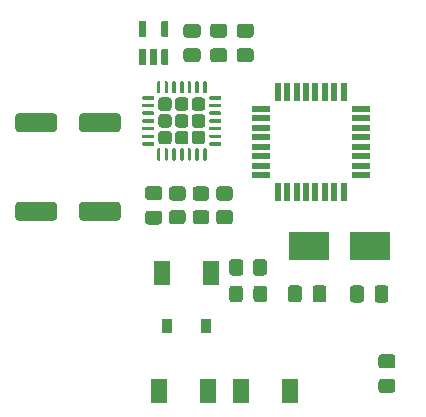
<source format=gtp>
G04 #@! TF.GenerationSoftware,KiCad,Pcbnew,(5.1.12)-1*
G04 #@! TF.CreationDate,2022-01-11T22:34:17-08:00*
G04 #@! TF.ProjectId,controlBoard,636f6e74-726f-46c4-926f-6172642e6b69,rev?*
G04 #@! TF.SameCoordinates,Original*
G04 #@! TF.FileFunction,Paste,Top*
G04 #@! TF.FilePolarity,Positive*
%FSLAX46Y46*%
G04 Gerber Fmt 4.6, Leading zero omitted, Abs format (unit mm)*
G04 Created by KiCad (PCBNEW (5.1.12)-1) date 2022-01-11 22:34:17*
%MOMM*%
%LPD*%
G01*
G04 APERTURE LIST*
%ADD10R,1.600000X0.550000*%
%ADD11R,0.550000X1.600000*%
%ADD12R,0.900000X1.200000*%
%ADD13R,1.350000X2.000000*%
%ADD14R,3.500000X2.400000*%
G04 APERTURE END LIST*
G36*
G01*
X152540000Y-68490000D02*
X152060000Y-68490000D01*
G75*
G02*
X152000000Y-68430000I0J60000D01*
G01*
X152000000Y-67200000D01*
G75*
G02*
X152060000Y-67140000I60000J0D01*
G01*
X152540000Y-67140000D01*
G75*
G02*
X152600000Y-67200000I0J-60000D01*
G01*
X152600000Y-68430000D01*
G75*
G02*
X152540000Y-68490000I-60000J0D01*
G01*
G37*
G36*
G01*
X154440000Y-68490000D02*
X153960000Y-68490000D01*
G75*
G02*
X153900000Y-68430000I0J60000D01*
G01*
X153900000Y-67200000D01*
G75*
G02*
X153960000Y-67140000I60000J0D01*
G01*
X154440000Y-67140000D01*
G75*
G02*
X154500000Y-67200000I0J-60000D01*
G01*
X154500000Y-68430000D01*
G75*
G02*
X154440000Y-68490000I-60000J0D01*
G01*
G37*
G36*
G01*
X154440000Y-70860000D02*
X153960000Y-70860000D01*
G75*
G02*
X153900000Y-70800000I0J60000D01*
G01*
X153900000Y-69570000D01*
G75*
G02*
X153960000Y-69510000I60000J0D01*
G01*
X154440000Y-69510000D01*
G75*
G02*
X154500000Y-69570000I0J-60000D01*
G01*
X154500000Y-70800000D01*
G75*
G02*
X154440000Y-70860000I-60000J0D01*
G01*
G37*
G36*
G01*
X153490000Y-70860000D02*
X153010000Y-70860000D01*
G75*
G02*
X152950000Y-70800000I0J60000D01*
G01*
X152950000Y-69570000D01*
G75*
G02*
X153010000Y-69510000I60000J0D01*
G01*
X153490000Y-69510000D01*
G75*
G02*
X153550000Y-69570000I0J-60000D01*
G01*
X153550000Y-70800000D01*
G75*
G02*
X153490000Y-70860000I-60000J0D01*
G01*
G37*
G36*
G01*
X152540000Y-70860000D02*
X152060000Y-70860000D01*
G75*
G02*
X152000000Y-70800000I0J60000D01*
G01*
X152000000Y-69570000D01*
G75*
G02*
X152060000Y-69510000I60000J0D01*
G01*
X152540000Y-69510000D01*
G75*
G02*
X152600000Y-69570000I0J-60000D01*
G01*
X152600000Y-70800000D01*
G75*
G02*
X152540000Y-70860000I-60000J0D01*
G01*
G37*
G36*
G01*
X156025000Y-67375000D02*
X156975000Y-67375000D01*
G75*
G02*
X157225000Y-67625000I0J-250000D01*
G01*
X157225000Y-68300000D01*
G75*
G02*
X156975000Y-68550000I-250000J0D01*
G01*
X156025000Y-68550000D01*
G75*
G02*
X155775000Y-68300000I0J250000D01*
G01*
X155775000Y-67625000D01*
G75*
G02*
X156025000Y-67375000I250000J0D01*
G01*
G37*
G36*
G01*
X156025000Y-69450000D02*
X156975000Y-69450000D01*
G75*
G02*
X157225000Y-69700000I0J-250000D01*
G01*
X157225000Y-70375000D01*
G75*
G02*
X156975000Y-70625000I-250000J0D01*
G01*
X156025000Y-70625000D01*
G75*
G02*
X155775000Y-70375000I0J250000D01*
G01*
X155775000Y-69700000D01*
G75*
G02*
X156025000Y-69450000I250000J0D01*
G01*
G37*
D10*
X162300000Y-80186000D03*
X162300000Y-79386000D03*
X162300000Y-78586000D03*
X162300000Y-77786000D03*
X162300000Y-76986000D03*
X162300000Y-76186000D03*
X162300000Y-75386000D03*
X162300000Y-74586000D03*
D11*
X163750000Y-73136000D03*
X164550000Y-73136000D03*
X165350000Y-73136000D03*
X166150000Y-73136000D03*
X166950000Y-73136000D03*
X167750000Y-73136000D03*
X168550000Y-73136000D03*
X169350000Y-73136000D03*
D10*
X170800000Y-74586000D03*
X170800000Y-75386000D03*
X170800000Y-76186000D03*
X170800000Y-76986000D03*
X170800000Y-77786000D03*
X170800000Y-78586000D03*
X170800000Y-79386000D03*
X170800000Y-80186000D03*
D11*
X169350000Y-81636000D03*
X168550000Y-81636000D03*
X167750000Y-81636000D03*
X166950000Y-81636000D03*
X166150000Y-81636000D03*
X165350000Y-81636000D03*
X164550000Y-81636000D03*
X163750000Y-81636000D03*
G36*
G01*
X161650000Y-88450001D02*
X161650000Y-87549999D01*
G75*
G02*
X161899999Y-87300000I249999J0D01*
G01*
X162600001Y-87300000D01*
G75*
G02*
X162850000Y-87549999I0J-249999D01*
G01*
X162850000Y-88450001D01*
G75*
G02*
X162600001Y-88700000I-249999J0D01*
G01*
X161899999Y-88700000D01*
G75*
G02*
X161650000Y-88450001I0J249999D01*
G01*
G37*
G36*
G01*
X159650000Y-88450001D02*
X159650000Y-87549999D01*
G75*
G02*
X159899999Y-87300000I249999J0D01*
G01*
X160600001Y-87300000D01*
G75*
G02*
X160850000Y-87549999I0J-249999D01*
G01*
X160850000Y-88450001D01*
G75*
G02*
X160600001Y-88700000I-249999J0D01*
G01*
X159899999Y-88700000D01*
G75*
G02*
X159650000Y-88450001I0J249999D01*
G01*
G37*
G36*
G01*
X160800000Y-89799999D02*
X160800000Y-90700001D01*
G75*
G02*
X160550001Y-90950000I-249999J0D01*
G01*
X159899999Y-90950000D01*
G75*
G02*
X159650000Y-90700001I0J249999D01*
G01*
X159650000Y-89799999D01*
G75*
G02*
X159899999Y-89550000I249999J0D01*
G01*
X160550001Y-89550000D01*
G75*
G02*
X160800000Y-89799999I0J-249999D01*
G01*
G37*
G36*
G01*
X162850000Y-89799999D02*
X162850000Y-90700001D01*
G75*
G02*
X162600001Y-90950000I-249999J0D01*
G01*
X161949999Y-90950000D01*
G75*
G02*
X161700000Y-90700001I0J249999D01*
G01*
X161700000Y-89799999D01*
G75*
G02*
X161949999Y-89550000I249999J0D01*
G01*
X162600001Y-89550000D01*
G75*
G02*
X162850000Y-89799999I0J-249999D01*
G01*
G37*
G36*
G01*
X157700001Y-82350000D02*
X156799999Y-82350000D01*
G75*
G02*
X156550000Y-82100001I0J249999D01*
G01*
X156550000Y-81399999D01*
G75*
G02*
X156799999Y-81150000I249999J0D01*
G01*
X157700001Y-81150000D01*
G75*
G02*
X157950000Y-81399999I0J-249999D01*
G01*
X157950000Y-82100001D01*
G75*
G02*
X157700001Y-82350000I-249999J0D01*
G01*
G37*
G36*
G01*
X157700001Y-84350000D02*
X156799999Y-84350000D01*
G75*
G02*
X156550000Y-84100001I0J249999D01*
G01*
X156550000Y-83399999D01*
G75*
G02*
X156799999Y-83150000I249999J0D01*
G01*
X157700001Y-83150000D01*
G75*
G02*
X157950000Y-83399999I0J-249999D01*
G01*
X157950000Y-84100001D01*
G75*
G02*
X157700001Y-84350000I-249999J0D01*
G01*
G37*
G36*
G01*
X159700001Y-82350000D02*
X158799999Y-82350000D01*
G75*
G02*
X158550000Y-82100001I0J249999D01*
G01*
X158550000Y-81399999D01*
G75*
G02*
X158799999Y-81150000I249999J0D01*
G01*
X159700001Y-81150000D01*
G75*
G02*
X159950000Y-81399999I0J-249999D01*
G01*
X159950000Y-82100001D01*
G75*
G02*
X159700001Y-82350000I-249999J0D01*
G01*
G37*
G36*
G01*
X159700001Y-84350000D02*
X158799999Y-84350000D01*
G75*
G02*
X158550000Y-84100001I0J249999D01*
G01*
X158550000Y-83399999D01*
G75*
G02*
X158799999Y-83150000I249999J0D01*
G01*
X159700001Y-83150000D01*
G75*
G02*
X159950000Y-83399999I0J-249999D01*
G01*
X159950000Y-84100001D01*
G75*
G02*
X159700001Y-84350000I-249999J0D01*
G01*
G37*
D12*
X154350000Y-93000000D03*
X157650000Y-93000000D03*
G36*
G01*
X145050000Y-75200000D02*
X145050000Y-76300000D01*
G75*
G02*
X144800000Y-76550000I-250000J0D01*
G01*
X141800000Y-76550000D01*
G75*
G02*
X141550000Y-76300000I0J250000D01*
G01*
X141550000Y-75200000D01*
G75*
G02*
X141800000Y-74950000I250000J0D01*
G01*
X144800000Y-74950000D01*
G75*
G02*
X145050000Y-75200000I0J-250000D01*
G01*
G37*
G36*
G01*
X150450000Y-75200000D02*
X150450000Y-76300000D01*
G75*
G02*
X150200000Y-76550000I-250000J0D01*
G01*
X147200000Y-76550000D01*
G75*
G02*
X146950000Y-76300000I0J250000D01*
G01*
X146950000Y-75200000D01*
G75*
G02*
X147200000Y-74950000I250000J0D01*
G01*
X150200000Y-74950000D01*
G75*
G02*
X150450000Y-75200000I0J-250000D01*
G01*
G37*
G36*
G01*
X145050000Y-82700000D02*
X145050000Y-83800000D01*
G75*
G02*
X144800000Y-84050000I-250000J0D01*
G01*
X141800000Y-84050000D01*
G75*
G02*
X141550000Y-83800000I0J250000D01*
G01*
X141550000Y-82700000D01*
G75*
G02*
X141800000Y-82450000I250000J0D01*
G01*
X144800000Y-82450000D01*
G75*
G02*
X145050000Y-82700000I0J-250000D01*
G01*
G37*
G36*
G01*
X150450000Y-82700000D02*
X150450000Y-83800000D01*
G75*
G02*
X150200000Y-84050000I-250000J0D01*
G01*
X147200000Y-84050000D01*
G75*
G02*
X146950000Y-83800000I0J250000D01*
G01*
X146950000Y-82700000D01*
G75*
G02*
X147200000Y-82450000I250000J0D01*
G01*
X150200000Y-82450000D01*
G75*
G02*
X150450000Y-82700000I0J-250000D01*
G01*
G37*
D13*
X153925000Y-88500000D03*
X158075000Y-88500000D03*
X164825000Y-98500000D03*
X160675000Y-98500000D03*
X157825000Y-98500000D03*
X153675000Y-98500000D03*
D14*
X171563000Y-86174400D03*
X166363000Y-86174400D03*
G36*
G01*
X159225000Y-68550000D02*
X158275000Y-68550000D01*
G75*
G02*
X158025000Y-68300000I0J250000D01*
G01*
X158025000Y-67625000D01*
G75*
G02*
X158275000Y-67375000I250000J0D01*
G01*
X159225000Y-67375000D01*
G75*
G02*
X159475000Y-67625000I0J-250000D01*
G01*
X159475000Y-68300000D01*
G75*
G02*
X159225000Y-68550000I-250000J0D01*
G01*
G37*
G36*
G01*
X159225000Y-70625000D02*
X158275000Y-70625000D01*
G75*
G02*
X158025000Y-70375000I0J250000D01*
G01*
X158025000Y-69700000D01*
G75*
G02*
X158275000Y-69450000I250000J0D01*
G01*
X159225000Y-69450000D01*
G75*
G02*
X159475000Y-69700000I0J-250000D01*
G01*
X159475000Y-70375000D01*
G75*
G02*
X159225000Y-70625000I-250000J0D01*
G01*
G37*
G36*
G01*
X172525000Y-97450000D02*
X173475000Y-97450000D01*
G75*
G02*
X173725000Y-97700000I0J-250000D01*
G01*
X173725000Y-98375000D01*
G75*
G02*
X173475000Y-98625000I-250000J0D01*
G01*
X172525000Y-98625000D01*
G75*
G02*
X172275000Y-98375000I0J250000D01*
G01*
X172275000Y-97700000D01*
G75*
G02*
X172525000Y-97450000I250000J0D01*
G01*
G37*
G36*
G01*
X172525000Y-95375000D02*
X173475000Y-95375000D01*
G75*
G02*
X173725000Y-95625000I0J-250000D01*
G01*
X173725000Y-96300000D01*
G75*
G02*
X173475000Y-96550000I-250000J0D01*
G01*
X172525000Y-96550000D01*
G75*
G02*
X172275000Y-96300000I0J250000D01*
G01*
X172275000Y-95625000D01*
G75*
G02*
X172525000Y-95375000I250000J0D01*
G01*
G37*
G36*
G01*
X157503000Y-72250000D02*
X157653000Y-72250000D01*
G75*
G02*
X157728000Y-72325000I0J-75000D01*
G01*
X157728000Y-73200000D01*
G75*
G02*
X157653000Y-73275000I-75000J0D01*
G01*
X157503000Y-73275000D01*
G75*
G02*
X157428000Y-73200000I0J75000D01*
G01*
X157428000Y-72325000D01*
G75*
G02*
X157503000Y-72250000I75000J0D01*
G01*
G37*
G36*
G01*
X156853000Y-72250000D02*
X157003000Y-72250000D01*
G75*
G02*
X157078000Y-72325000I0J-75000D01*
G01*
X157078000Y-73200000D01*
G75*
G02*
X157003000Y-73275000I-75000J0D01*
G01*
X156853000Y-73275000D01*
G75*
G02*
X156778000Y-73200000I0J75000D01*
G01*
X156778000Y-72325000D01*
G75*
G02*
X156853000Y-72250000I75000J0D01*
G01*
G37*
G36*
G01*
X156203000Y-72250000D02*
X156353000Y-72250000D01*
G75*
G02*
X156428000Y-72325000I0J-75000D01*
G01*
X156428000Y-73200000D01*
G75*
G02*
X156353000Y-73275000I-75000J0D01*
G01*
X156203000Y-73275000D01*
G75*
G02*
X156128000Y-73200000I0J75000D01*
G01*
X156128000Y-72325000D01*
G75*
G02*
X156203000Y-72250000I75000J0D01*
G01*
G37*
G36*
G01*
X155553000Y-72250000D02*
X155703000Y-72250000D01*
G75*
G02*
X155778000Y-72325000I0J-75000D01*
G01*
X155778000Y-73200000D01*
G75*
G02*
X155703000Y-73275000I-75000J0D01*
G01*
X155553000Y-73275000D01*
G75*
G02*
X155478000Y-73200000I0J75000D01*
G01*
X155478000Y-72325000D01*
G75*
G02*
X155553000Y-72250000I75000J0D01*
G01*
G37*
G36*
G01*
X154903000Y-72250000D02*
X155053000Y-72250000D01*
G75*
G02*
X155128000Y-72325000I0J-75000D01*
G01*
X155128000Y-73200000D01*
G75*
G02*
X155053000Y-73275000I-75000J0D01*
G01*
X154903000Y-73275000D01*
G75*
G02*
X154828000Y-73200000I0J75000D01*
G01*
X154828000Y-72325000D01*
G75*
G02*
X154903000Y-72250000I75000J0D01*
G01*
G37*
G36*
G01*
X154253000Y-72250000D02*
X154403000Y-72250000D01*
G75*
G02*
X154478000Y-72325000I0J-75000D01*
G01*
X154478000Y-73200000D01*
G75*
G02*
X154403000Y-73275000I-75000J0D01*
G01*
X154253000Y-73275000D01*
G75*
G02*
X154178000Y-73200000I0J75000D01*
G01*
X154178000Y-72325000D01*
G75*
G02*
X154253000Y-72250000I75000J0D01*
G01*
G37*
G36*
G01*
X153603000Y-72250000D02*
X153753000Y-72250000D01*
G75*
G02*
X153828000Y-72325000I0J-75000D01*
G01*
X153828000Y-73200000D01*
G75*
G02*
X153753000Y-73275000I-75000J0D01*
G01*
X153603000Y-73275000D01*
G75*
G02*
X153528000Y-73200000I0J75000D01*
G01*
X153528000Y-72325000D01*
G75*
G02*
X153603000Y-72250000I75000J0D01*
G01*
G37*
G36*
G01*
X152353000Y-73500000D02*
X153228000Y-73500000D01*
G75*
G02*
X153303000Y-73575000I0J-75000D01*
G01*
X153303000Y-73725000D01*
G75*
G02*
X153228000Y-73800000I-75000J0D01*
G01*
X152353000Y-73800000D01*
G75*
G02*
X152278000Y-73725000I0J75000D01*
G01*
X152278000Y-73575000D01*
G75*
G02*
X152353000Y-73500000I75000J0D01*
G01*
G37*
G36*
G01*
X152353000Y-74150000D02*
X153228000Y-74150000D01*
G75*
G02*
X153303000Y-74225000I0J-75000D01*
G01*
X153303000Y-74375000D01*
G75*
G02*
X153228000Y-74450000I-75000J0D01*
G01*
X152353000Y-74450000D01*
G75*
G02*
X152278000Y-74375000I0J75000D01*
G01*
X152278000Y-74225000D01*
G75*
G02*
X152353000Y-74150000I75000J0D01*
G01*
G37*
G36*
G01*
X152353000Y-74800000D02*
X153228000Y-74800000D01*
G75*
G02*
X153303000Y-74875000I0J-75000D01*
G01*
X153303000Y-75025000D01*
G75*
G02*
X153228000Y-75100000I-75000J0D01*
G01*
X152353000Y-75100000D01*
G75*
G02*
X152278000Y-75025000I0J75000D01*
G01*
X152278000Y-74875000D01*
G75*
G02*
X152353000Y-74800000I75000J0D01*
G01*
G37*
G36*
G01*
X152353000Y-75450000D02*
X153228000Y-75450000D01*
G75*
G02*
X153303000Y-75525000I0J-75000D01*
G01*
X153303000Y-75675000D01*
G75*
G02*
X153228000Y-75750000I-75000J0D01*
G01*
X152353000Y-75750000D01*
G75*
G02*
X152278000Y-75675000I0J75000D01*
G01*
X152278000Y-75525000D01*
G75*
G02*
X152353000Y-75450000I75000J0D01*
G01*
G37*
G36*
G01*
X152353000Y-76100000D02*
X153228000Y-76100000D01*
G75*
G02*
X153303000Y-76175000I0J-75000D01*
G01*
X153303000Y-76325000D01*
G75*
G02*
X153228000Y-76400000I-75000J0D01*
G01*
X152353000Y-76400000D01*
G75*
G02*
X152278000Y-76325000I0J75000D01*
G01*
X152278000Y-76175000D01*
G75*
G02*
X152353000Y-76100000I75000J0D01*
G01*
G37*
G36*
G01*
X152353000Y-76750000D02*
X153228000Y-76750000D01*
G75*
G02*
X153303000Y-76825000I0J-75000D01*
G01*
X153303000Y-76975000D01*
G75*
G02*
X153228000Y-77050000I-75000J0D01*
G01*
X152353000Y-77050000D01*
G75*
G02*
X152278000Y-76975000I0J75000D01*
G01*
X152278000Y-76825000D01*
G75*
G02*
X152353000Y-76750000I75000J0D01*
G01*
G37*
G36*
G01*
X152353000Y-77400000D02*
X153228000Y-77400000D01*
G75*
G02*
X153303000Y-77475000I0J-75000D01*
G01*
X153303000Y-77625000D01*
G75*
G02*
X153228000Y-77700000I-75000J0D01*
G01*
X152353000Y-77700000D01*
G75*
G02*
X152278000Y-77625000I0J75000D01*
G01*
X152278000Y-77475000D01*
G75*
G02*
X152353000Y-77400000I75000J0D01*
G01*
G37*
G36*
G01*
X153603000Y-77925000D02*
X153753000Y-77925000D01*
G75*
G02*
X153828000Y-78000000I0J-75000D01*
G01*
X153828000Y-78875000D01*
G75*
G02*
X153753000Y-78950000I-75000J0D01*
G01*
X153603000Y-78950000D01*
G75*
G02*
X153528000Y-78875000I0J75000D01*
G01*
X153528000Y-78000000D01*
G75*
G02*
X153603000Y-77925000I75000J0D01*
G01*
G37*
G36*
G01*
X154253000Y-77925000D02*
X154403000Y-77925000D01*
G75*
G02*
X154478000Y-78000000I0J-75000D01*
G01*
X154478000Y-78875000D01*
G75*
G02*
X154403000Y-78950000I-75000J0D01*
G01*
X154253000Y-78950000D01*
G75*
G02*
X154178000Y-78875000I0J75000D01*
G01*
X154178000Y-78000000D01*
G75*
G02*
X154253000Y-77925000I75000J0D01*
G01*
G37*
G36*
G01*
X154903000Y-77925000D02*
X155053000Y-77925000D01*
G75*
G02*
X155128000Y-78000000I0J-75000D01*
G01*
X155128000Y-78875000D01*
G75*
G02*
X155053000Y-78950000I-75000J0D01*
G01*
X154903000Y-78950000D01*
G75*
G02*
X154828000Y-78875000I0J75000D01*
G01*
X154828000Y-78000000D01*
G75*
G02*
X154903000Y-77925000I75000J0D01*
G01*
G37*
G36*
G01*
X155553000Y-77925000D02*
X155703000Y-77925000D01*
G75*
G02*
X155778000Y-78000000I0J-75000D01*
G01*
X155778000Y-78875000D01*
G75*
G02*
X155703000Y-78950000I-75000J0D01*
G01*
X155553000Y-78950000D01*
G75*
G02*
X155478000Y-78875000I0J75000D01*
G01*
X155478000Y-78000000D01*
G75*
G02*
X155553000Y-77925000I75000J0D01*
G01*
G37*
G36*
G01*
X156203000Y-77925000D02*
X156353000Y-77925000D01*
G75*
G02*
X156428000Y-78000000I0J-75000D01*
G01*
X156428000Y-78875000D01*
G75*
G02*
X156353000Y-78950000I-75000J0D01*
G01*
X156203000Y-78950000D01*
G75*
G02*
X156128000Y-78875000I0J75000D01*
G01*
X156128000Y-78000000D01*
G75*
G02*
X156203000Y-77925000I75000J0D01*
G01*
G37*
G36*
G01*
X156853000Y-77925000D02*
X157003000Y-77925000D01*
G75*
G02*
X157078000Y-78000000I0J-75000D01*
G01*
X157078000Y-78875000D01*
G75*
G02*
X157003000Y-78950000I-75000J0D01*
G01*
X156853000Y-78950000D01*
G75*
G02*
X156778000Y-78875000I0J75000D01*
G01*
X156778000Y-78000000D01*
G75*
G02*
X156853000Y-77925000I75000J0D01*
G01*
G37*
G36*
G01*
X157503000Y-77925000D02*
X157653000Y-77925000D01*
G75*
G02*
X157728000Y-78000000I0J-75000D01*
G01*
X157728000Y-78875000D01*
G75*
G02*
X157653000Y-78950000I-75000J0D01*
G01*
X157503000Y-78950000D01*
G75*
G02*
X157428000Y-78875000I0J75000D01*
G01*
X157428000Y-78000000D01*
G75*
G02*
X157503000Y-77925000I75000J0D01*
G01*
G37*
G36*
G01*
X158028000Y-77400000D02*
X158903000Y-77400000D01*
G75*
G02*
X158978000Y-77475000I0J-75000D01*
G01*
X158978000Y-77625000D01*
G75*
G02*
X158903000Y-77700000I-75000J0D01*
G01*
X158028000Y-77700000D01*
G75*
G02*
X157953000Y-77625000I0J75000D01*
G01*
X157953000Y-77475000D01*
G75*
G02*
X158028000Y-77400000I75000J0D01*
G01*
G37*
G36*
G01*
X158028000Y-76750000D02*
X158903000Y-76750000D01*
G75*
G02*
X158978000Y-76825000I0J-75000D01*
G01*
X158978000Y-76975000D01*
G75*
G02*
X158903000Y-77050000I-75000J0D01*
G01*
X158028000Y-77050000D01*
G75*
G02*
X157953000Y-76975000I0J75000D01*
G01*
X157953000Y-76825000D01*
G75*
G02*
X158028000Y-76750000I75000J0D01*
G01*
G37*
G36*
G01*
X158028000Y-76100000D02*
X158903000Y-76100000D01*
G75*
G02*
X158978000Y-76175000I0J-75000D01*
G01*
X158978000Y-76325000D01*
G75*
G02*
X158903000Y-76400000I-75000J0D01*
G01*
X158028000Y-76400000D01*
G75*
G02*
X157953000Y-76325000I0J75000D01*
G01*
X157953000Y-76175000D01*
G75*
G02*
X158028000Y-76100000I75000J0D01*
G01*
G37*
G36*
G01*
X158028000Y-75450000D02*
X158903000Y-75450000D01*
G75*
G02*
X158978000Y-75525000I0J-75000D01*
G01*
X158978000Y-75675000D01*
G75*
G02*
X158903000Y-75750000I-75000J0D01*
G01*
X158028000Y-75750000D01*
G75*
G02*
X157953000Y-75675000I0J75000D01*
G01*
X157953000Y-75525000D01*
G75*
G02*
X158028000Y-75450000I75000J0D01*
G01*
G37*
G36*
G01*
X158028000Y-74800000D02*
X158903000Y-74800000D01*
G75*
G02*
X158978000Y-74875000I0J-75000D01*
G01*
X158978000Y-75025000D01*
G75*
G02*
X158903000Y-75100000I-75000J0D01*
G01*
X158028000Y-75100000D01*
G75*
G02*
X157953000Y-75025000I0J75000D01*
G01*
X157953000Y-74875000D01*
G75*
G02*
X158028000Y-74800000I75000J0D01*
G01*
G37*
G36*
G01*
X158028000Y-74150000D02*
X158903000Y-74150000D01*
G75*
G02*
X158978000Y-74225000I0J-75000D01*
G01*
X158978000Y-74375000D01*
G75*
G02*
X158903000Y-74450000I-75000J0D01*
G01*
X158028000Y-74450000D01*
G75*
G02*
X157953000Y-74375000I0J75000D01*
G01*
X157953000Y-74225000D01*
G75*
G02*
X158028000Y-74150000I75000J0D01*
G01*
G37*
G36*
G01*
X158028000Y-73500000D02*
X158903000Y-73500000D01*
G75*
G02*
X158978000Y-73575000I0J-75000D01*
G01*
X158978000Y-73725000D01*
G75*
G02*
X158903000Y-73800000I-75000J0D01*
G01*
X158028000Y-73800000D01*
G75*
G02*
X157953000Y-73725000I0J75000D01*
G01*
X157953000Y-73575000D01*
G75*
G02*
X158028000Y-73500000I75000J0D01*
G01*
G37*
G36*
G01*
X156727998Y-73610000D02*
X157368002Y-73610000D01*
G75*
G02*
X157618000Y-73859998I0J-249998D01*
G01*
X157618000Y-74500002D01*
G75*
G02*
X157368002Y-74750000I-249998J0D01*
G01*
X156727998Y-74750000D01*
G75*
G02*
X156478000Y-74500002I0J249998D01*
G01*
X156478000Y-73859998D01*
G75*
G02*
X156727998Y-73610000I249998J0D01*
G01*
G37*
G36*
G01*
X155307998Y-73610000D02*
X155948002Y-73610000D01*
G75*
G02*
X156198000Y-73859998I0J-249998D01*
G01*
X156198000Y-74500002D01*
G75*
G02*
X155948002Y-74750000I-249998J0D01*
G01*
X155307998Y-74750000D01*
G75*
G02*
X155058000Y-74500002I0J249998D01*
G01*
X155058000Y-73859998D01*
G75*
G02*
X155307998Y-73610000I249998J0D01*
G01*
G37*
G36*
G01*
X153887998Y-73610000D02*
X154528002Y-73610000D01*
G75*
G02*
X154778000Y-73859998I0J-249998D01*
G01*
X154778000Y-74500002D01*
G75*
G02*
X154528002Y-74750000I-249998J0D01*
G01*
X153887998Y-74750000D01*
G75*
G02*
X153638000Y-74500002I0J249998D01*
G01*
X153638000Y-73859998D01*
G75*
G02*
X153887998Y-73610000I249998J0D01*
G01*
G37*
G36*
G01*
X156727998Y-75030000D02*
X157368002Y-75030000D01*
G75*
G02*
X157618000Y-75279998I0J-249998D01*
G01*
X157618000Y-75920002D01*
G75*
G02*
X157368002Y-76170000I-249998J0D01*
G01*
X156727998Y-76170000D01*
G75*
G02*
X156478000Y-75920002I0J249998D01*
G01*
X156478000Y-75279998D01*
G75*
G02*
X156727998Y-75030000I249998J0D01*
G01*
G37*
G36*
G01*
X155307998Y-75030000D02*
X155948002Y-75030000D01*
G75*
G02*
X156198000Y-75279998I0J-249998D01*
G01*
X156198000Y-75920002D01*
G75*
G02*
X155948002Y-76170000I-249998J0D01*
G01*
X155307998Y-76170000D01*
G75*
G02*
X155058000Y-75920002I0J249998D01*
G01*
X155058000Y-75279998D01*
G75*
G02*
X155307998Y-75030000I249998J0D01*
G01*
G37*
G36*
G01*
X153887998Y-75030000D02*
X154528002Y-75030000D01*
G75*
G02*
X154778000Y-75279998I0J-249998D01*
G01*
X154778000Y-75920002D01*
G75*
G02*
X154528002Y-76170000I-249998J0D01*
G01*
X153887998Y-76170000D01*
G75*
G02*
X153638000Y-75920002I0J249998D01*
G01*
X153638000Y-75279998D01*
G75*
G02*
X153887998Y-75030000I249998J0D01*
G01*
G37*
G36*
G01*
X156727998Y-76450000D02*
X157368002Y-76450000D01*
G75*
G02*
X157618000Y-76699998I0J-249998D01*
G01*
X157618000Y-77340002D01*
G75*
G02*
X157368002Y-77590000I-249998J0D01*
G01*
X156727998Y-77590000D01*
G75*
G02*
X156478000Y-77340002I0J249998D01*
G01*
X156478000Y-76699998D01*
G75*
G02*
X156727998Y-76450000I249998J0D01*
G01*
G37*
G36*
G01*
X155307998Y-76450000D02*
X155948002Y-76450000D01*
G75*
G02*
X156198000Y-76699998I0J-249998D01*
G01*
X156198000Y-77340002D01*
G75*
G02*
X155948002Y-77590000I-249998J0D01*
G01*
X155307998Y-77590000D01*
G75*
G02*
X155058000Y-77340002I0J249998D01*
G01*
X155058000Y-76699998D01*
G75*
G02*
X155307998Y-76450000I249998J0D01*
G01*
G37*
G36*
G01*
X153887998Y-76450000D02*
X154528002Y-76450000D01*
G75*
G02*
X154778000Y-76699998I0J-249998D01*
G01*
X154778000Y-77340002D01*
G75*
G02*
X154528002Y-77590000I-249998J0D01*
G01*
X153887998Y-77590000D01*
G75*
G02*
X153638000Y-77340002I0J249998D01*
G01*
X153638000Y-76699998D01*
G75*
G02*
X153887998Y-76450000I249998J0D01*
G01*
G37*
G36*
G01*
X154799999Y-83150000D02*
X155700001Y-83150000D01*
G75*
G02*
X155950000Y-83399999I0J-249999D01*
G01*
X155950000Y-84100001D01*
G75*
G02*
X155700001Y-84350000I-249999J0D01*
G01*
X154799999Y-84350000D01*
G75*
G02*
X154550000Y-84100001I0J249999D01*
G01*
X154550000Y-83399999D01*
G75*
G02*
X154799999Y-83150000I249999J0D01*
G01*
G37*
G36*
G01*
X154799999Y-81150000D02*
X155700001Y-81150000D01*
G75*
G02*
X155950000Y-81399999I0J-249999D01*
G01*
X155950000Y-82100001D01*
G75*
G02*
X155700001Y-82350000I-249999J0D01*
G01*
X154799999Y-82350000D01*
G75*
G02*
X154550000Y-82100001I0J249999D01*
G01*
X154550000Y-81399999D01*
G75*
G02*
X154799999Y-81150000I249999J0D01*
G01*
G37*
G36*
G01*
X160525000Y-69450000D02*
X161475000Y-69450000D01*
G75*
G02*
X161725000Y-69700000I0J-250000D01*
G01*
X161725000Y-70375000D01*
G75*
G02*
X161475000Y-70625000I-250000J0D01*
G01*
X160525000Y-70625000D01*
G75*
G02*
X160275000Y-70375000I0J250000D01*
G01*
X160275000Y-69700000D01*
G75*
G02*
X160525000Y-69450000I250000J0D01*
G01*
G37*
G36*
G01*
X160525000Y-67375000D02*
X161475000Y-67375000D01*
G75*
G02*
X161725000Y-67625000I0J-250000D01*
G01*
X161725000Y-68300000D01*
G75*
G02*
X161475000Y-68550000I-250000J0D01*
G01*
X160525000Y-68550000D01*
G75*
G02*
X160275000Y-68300000I0J250000D01*
G01*
X160275000Y-67625000D01*
G75*
G02*
X160525000Y-67375000I250000J0D01*
G01*
G37*
G36*
G01*
X171050000Y-89775000D02*
X171050000Y-90725000D01*
G75*
G02*
X170800000Y-90975000I-250000J0D01*
G01*
X170125000Y-90975000D01*
G75*
G02*
X169875000Y-90725000I0J250000D01*
G01*
X169875000Y-89775000D01*
G75*
G02*
X170125000Y-89525000I250000J0D01*
G01*
X170800000Y-89525000D01*
G75*
G02*
X171050000Y-89775000I0J-250000D01*
G01*
G37*
G36*
G01*
X173125000Y-89775000D02*
X173125000Y-90725000D01*
G75*
G02*
X172875000Y-90975000I-250000J0D01*
G01*
X172200000Y-90975000D01*
G75*
G02*
X171950000Y-90725000I0J250000D01*
G01*
X171950000Y-89775000D01*
G75*
G02*
X172200000Y-89525000I250000J0D01*
G01*
X172875000Y-89525000D01*
G75*
G02*
X173125000Y-89775000I0J-250000D01*
G01*
G37*
G36*
G01*
X166700000Y-90713400D02*
X166700000Y-89763400D01*
G75*
G02*
X166950000Y-89513400I250000J0D01*
G01*
X167625000Y-89513400D01*
G75*
G02*
X167875000Y-89763400I0J-250000D01*
G01*
X167875000Y-90713400D01*
G75*
G02*
X167625000Y-90963400I-250000J0D01*
G01*
X166950000Y-90963400D01*
G75*
G02*
X166700000Y-90713400I0J250000D01*
G01*
G37*
G36*
G01*
X164625000Y-90713400D02*
X164625000Y-89763400D01*
G75*
G02*
X164875000Y-89513400I250000J0D01*
G01*
X165550000Y-89513400D01*
G75*
G02*
X165800000Y-89763400I0J-250000D01*
G01*
X165800000Y-90713400D01*
G75*
G02*
X165550000Y-90963400I-250000J0D01*
G01*
X164875000Y-90963400D01*
G75*
G02*
X164625000Y-90713400I0J250000D01*
G01*
G37*
G36*
G01*
X153725000Y-84375000D02*
X152775000Y-84375000D01*
G75*
G02*
X152525000Y-84125000I0J250000D01*
G01*
X152525000Y-83450000D01*
G75*
G02*
X152775000Y-83200000I250000J0D01*
G01*
X153725000Y-83200000D01*
G75*
G02*
X153975000Y-83450000I0J-250000D01*
G01*
X153975000Y-84125000D01*
G75*
G02*
X153725000Y-84375000I-250000J0D01*
G01*
G37*
G36*
G01*
X153725000Y-82300000D02*
X152775000Y-82300000D01*
G75*
G02*
X152525000Y-82050000I0J250000D01*
G01*
X152525000Y-81375000D01*
G75*
G02*
X152775000Y-81125000I250000J0D01*
G01*
X153725000Y-81125000D01*
G75*
G02*
X153975000Y-81375000I0J-250000D01*
G01*
X153975000Y-82050000D01*
G75*
G02*
X153725000Y-82300000I-250000J0D01*
G01*
G37*
M02*

</source>
